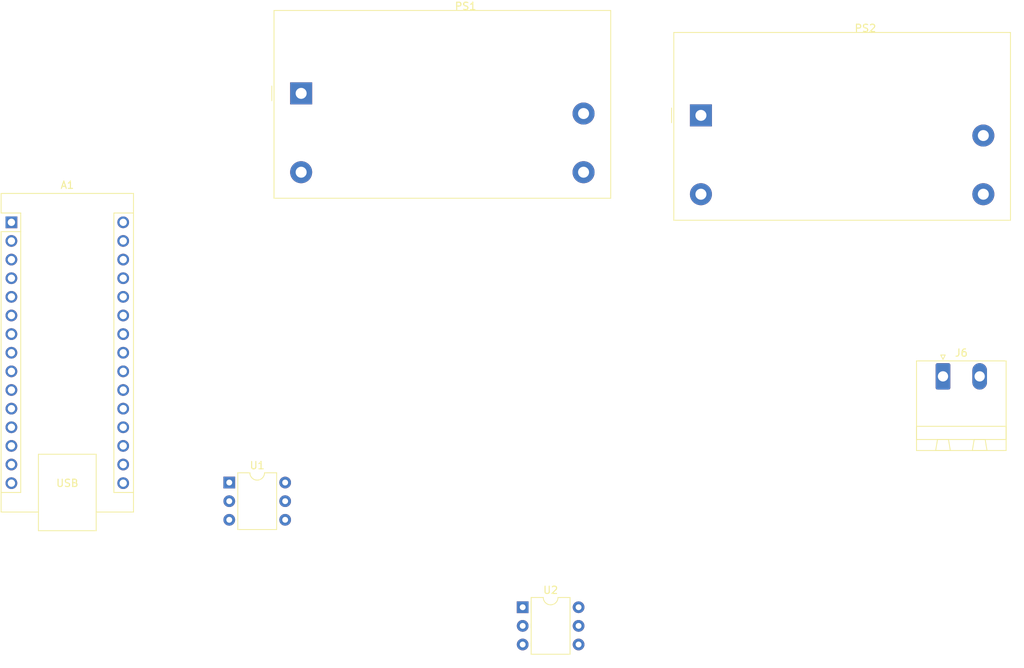
<source format=kicad_pcb>
(kicad_pcb (version 20240108) (generator "pcbnew") (generator_version "8.0")
  (layers (0 "F.Cu" signal) (31 "B.Cu" signal) (34 "B.Paste" user) (35 "F.Paste" user) (36 "B.SilkS" user "B.Silkscreen") (37 "F.SilkS" user "F.Silkscreen") (38 "B.Mask" user) (39 "F.Mask" user) (44 "Edge.Cuts" user))
  (net 0 "")
  (net 2 "Net-(A1-A0)")
  (net 6 "Net-(A1-D2)")
  (net 7 "Net-(A1-D12)")
  (net 10 "Net-(A1-D11)")
  (net 13 "Net-(A1-D5)")
  (net 15 "+5V")
  (net 16 "GND")
  (net 19 "Net-(A1-D3)")
  (net 20 "/CA1")
  (net 22 "/CA2")
  (net 23 "Net-(A1-D7)")
  (net 24 "/V")
  (net 25 "Net-(A1-D13)")
  (net 27 "Net-(A1-D4)")
  (net 29 "Net-(A1-D6)")
  (net 30 "Net-(J2-Pin_1)")
  (net 31 "Net-(J2-Pin_2)")
  (net 32 "GND1")
  (net 33 "GND2")
  (net 37 "Net-(PS1-+Vo)")
  (net 40 "Net-(J4-Pin_2)")
  (net 41 "Net-(PS2-+Vo)")
  (net 42 "Net-(J4-Pin_1)")
  (net 43 "Net-(D3-K)")
  (net 44 "Net-(D9-K)")
  (footprint "Connector_Phoenix_MSTB:PhoenixContact_MSTBA_2,5_2-G_1x02_P5.00mm_Horizontal" (layer "F.Cu") (at 205.5 75)
    (property "Reference" "J6" (at 2.5 -3.2 0) (layer "F.SilkS"))
    (property "Value" "Screw_Terminal_01x02")
    (fp_line (start -3.61 -2.11) (end -3.61 10.11) (stroke (width 0.12)) (layer "F.SilkS"))
    (fp_line (start -3.61 6.81) (end 8.61 6.81) (stroke (width 0.12)) (layer "F.SilkS"))
    (fp_line (start -3.61 8.61) (end -3.61 6.81) (stroke (width 0.12)) (layer "F.SilkS"))
    (fp_line (start -3.61 10.11) (end 8.61 10.11) (stroke (width 0.12)) (layer "F.SilkS"))
    (fp_line (start -1 10.11) (end 1 10.11) (stroke (width 0.12)) (layer "F.SilkS"))
    (fp_line (start -0.75 8.61) (end -1 10.11) (stroke (width 0.12)) (layer "F.SilkS"))
    (fp_line (start -0.3 -2.91) (end 0.3 -2.91) (stroke (width 0.12)) (layer "F.SilkS"))
    (fp_line (start 0 -2.31) (end -0.3 -2.91) (stroke (width 0.12)) (layer "F.SilkS"))
    (fp_line (start 0.3 -2.91) (end 0 -2.31) (stroke (width 0.12)) (layer "F.SilkS"))
    (fp_line (start 0.75 8.61) (end -0.75 8.61) (stroke (width 0.12)) (layer "F.SilkS"))
    (fp_line (start 1 10.11) (end 0.75 8.61) (stroke (width 0.12)) (layer "F.SilkS"))
    (fp_line (start 4 10.11) (end 6 10.11) (stroke (width 0.12)) (layer "F.SilkS"))
    (fp_line (start 4.25 8.61) (end 4 10.11) (stroke (width 0.12)) (layer "F.SilkS"))
    (fp_line (start 5.75 8.61) (end 4.25 8.61) (stroke (width 0.12)) (layer "F.SilkS"))
    (fp_line (start 6 10.11) (end 5.75 8.61) (stroke (width 0.12)) (layer "F.SilkS"))
    (fp_line (start 8.61 -2.11) (end -3.61 -2.11) (stroke (width 0.12)) (layer "F.SilkS"))
    (fp_line (start 8.61 6.81) (end 8.61 8.61) (stroke (width 0.12)) (layer "F.SilkS"))
    (fp_line (start 8.61 8.61) (end -3.61 8.61) (stroke (width 0.12)) (layer "F.SilkS"))
    (fp_line (start 8.61 10.11) (end 8.61 -2.11) (stroke (width 0.12)) (layer "F.SilkS"))
    (pad "1" thru_hole roundrect (at 0 0) (size 2 3.6) (drill 1.4) (layers "*.Cu" "*.Mask") (roundrect_rratio 0.125))
    (pad "2" thru_hole oval (at 5 0) (size 2 3.6) (drill 1.4) (layers "*.Cu" "*.Mask"))
  )
  (footprint "Converter_ACDC:Converter_ACDC_MeanWell_IRM-05-xx_THT" (layer "F.Cu") (at 172.5 39.42)
    (property "Reference" "PS2" (at 22.42 -11.88 0) (layer "F.SilkS"))
    (property "Value" "IRM-05-5")
    (fp_line (start -4 -1) (end -4 1) (stroke (width 0.12)) (layer "F.SilkS"))
    (fp_line (start -3.7 -11.3) (end -3.7 14.3) (stroke (width 0.12)) (layer "F.SilkS"))
    (fp_line (start -3.7 -11.3) (end 42.2 -11.3) (stroke (width 0.12)) (layer "F.SilkS"))
    (fp_line (start -3.7 14.3) (end 42.2 14.3) (stroke (width 0.12)) (layer "F.SilkS"))
    (fp_line (start 42.2 -11.3) (end 42.2 14.3) (stroke (width 0.12)) (layer "F.SilkS"))
    (pad "1" thru_hole rect (at 0 0) (size 3 3) (drill 1.5) (layers "*.Cu" "*.Mask") (net 40 "Net-(J4-Pin_2)"))
    (pad "2" thru_hole circle (at 0 10.75) (size 3 3) (drill 1.5) (layers "*.Cu" "*.Mask") (net 42 "Net-(J4-Pin_1)"))
    (pad "3" thru_hole circle (at 38.5 10.75) (size 3 3) (drill 1.5) (layers "*.Cu" "*.Mask") (net 32 "GND1"))
    (pad "4" thru_hole circle (at 38.5 2.75) (size 3 3) (drill 1.5) (layers "*.Cu" "*.Mask") (net 41 "Net-(PS2-+Vo)"))
  )
  (footprint "Package_DIP:DIP-6_W7.62mm" (layer "F.Cu") (at 108.2 89.475)
    (property "Reference" "U1" (at 3.81 -2.33 0) (layer "F.SilkS"))
    (property "Value" "4N35")
    (fp_line (start 1.16 -1.33) (end 1.16 6.41) (stroke (width 0.12)) (layer "F.SilkS"))
    (fp_line (start 1.16 6.41) (end 6.46 6.41) (stroke (width 0.12)) (layer "F.SilkS"))
    (fp_line (start 2.81 -1.33) (end 1.16 -1.33) (stroke (width 0.12)) (layer "F.SilkS"))
    (fp_line (start 6.46 -1.33) (end 4.81 -1.33) (stroke (width 0.12)) (layer "F.SilkS"))
    (fp_line (start 6.46 6.41) (end 6.46 -1.33) (stroke (width 0.12)) (layer "F.SilkS"))
    (fp_arc (start 4.81 -1.33) (mid 3.81 -0.33) (end 2.81 -1.33) (stroke (width 0.12)) (layer "F.SilkS"))
    (pad "1" thru_hole rect (at 0 0) (size 1.6 1.6) (drill 0.8) (layers "*.Cu" "*.Mask") (net 43 "Net-(D3-K)"))
    (pad "2" thru_hole oval (at 0 2.54) (size 1.6 1.6) (drill 0.8) (layers "*.Cu" "*.Mask") (net 33 "GND2"))
    (pad "3" thru_hole oval (at 0 5.08) (size 1.6 1.6) (drill 0.8) (layers "*.Cu" "*.Mask"))
    (pad "4" thru_hole oval (at 7.62 5.08) (size 1.6 1.6) (drill 0.8) (layers "*.Cu" "*.Mask") (net 6 "Net-(A1-D2)"))
    (pad "5" thru_hole oval (at 7.62 2.54) (size 1.6 1.6) (drill 0.8) (layers "*.Cu" "*.Mask") (net 15 "+5V"))
    (pad "6" thru_hole oval (at 7.62 0) (size 1.6 1.6) (drill 0.8) (layers "*.Cu" "*.Mask"))
  )
  (footprint "Converter_ACDC:Converter_ACDC_MeanWell_IRM-05-xx_THT" (layer "F.Cu") (at 118 36.42)
    (property "Reference" "PS1" (at 22.42 -11.88 0) (layer "F.SilkS"))
    (property "Value" "IRM-05-5")
    (fp_line (start -4 -1) (end -4 1) (stroke (width 0.12)) (layer "F.SilkS"))
    (fp_line (start -3.7 -11.3) (end -3.7 14.3) (stroke (width 0.12)) (layer "F.SilkS"))
    (fp_line (start -3.7 -11.3) (end 42.2 -11.3) (stroke (width 0.12)) (layer "F.SilkS"))
    (fp_line (start -3.7 14.3) (end 42.2 14.3) (stroke (width 0.12)) (layer "F.SilkS"))
    (fp_line (start 42.2 -11.3) (end 42.2 14.3) (stroke (width 0.12)) (layer "F.SilkS"))
    (pad "1" thru_hole rect (at 0 0) (size 3 3) (drill 1.5) (layers "*.Cu" "*.Mask") (net 31 "Net-(J2-Pin_2)"))
    (pad "2" thru_hole circle (at 0 10.75) (size 3 3) (drill 1.5) (layers "*.Cu" "*.Mask") (net 30 "Net-(J2-Pin_1)"))
    (pad "3" thru_hole circle (at 38.5 10.75) (size 3 3) (drill 1.5) (layers "*.Cu" "*.Mask") (net 33 "GND2"))
    (pad "4" thru_hole circle (at 38.5 2.75) (size 3 3) (drill 1.5) (layers "*.Cu" "*.Mask") (net 37 "Net-(PS1-+Vo)"))
  )
  (footprint "Module:Arduino_Nano" (layer "F.Cu") (at 78.5 54)
    (property "Reference" "A1" (at 7.62 -5.08 0) (layer "F.SilkS"))
    (property "Value" "Arduino_Nano_v3.x")
    (fp_line (start -1.4 -3.94) (end -1.4 -1.27) (stroke (width 0.12)) (layer "F.SilkS"))
    (fp_line (start -1.4 1.27) (end -1.4 39.5) (stroke (width 0.12)) (layer "F.SilkS"))
    (fp_line (start -1.4 39.5) (end 3.68 39.5) (stroke (width 0.12)) (layer "F.SilkS"))
    (fp_line (start 1.27 -1.27) (end -1.4 -1.27) (stroke (width 0.12)) (layer "F.SilkS"))
    (fp_line (start 1.27 1.27) (end -1.4 1.27) (stroke (width 0.12)) (layer "F.SilkS"))
    (fp_line (start 1.27 1.27) (end 1.27 -1.27) (stroke (width 0.12)) (layer "F.SilkS"))
    (fp_line (start 1.27 1.27) (end 1.27 36.83) (stroke (width 0.12)) (layer "F.SilkS"))
    (fp_line (start 1.27 36.83) (end -1.4 36.83) (stroke (width 0.12)) (layer "F.SilkS"))
    (fp_line (start 3.68 31.62) (end 11.56 31.62) (stroke (width 0.12)) (layer "F.SilkS"))
    (fp_line (start 3.68 42.04) (end 3.68 31.62) (stroke (width 0.12)) (layer "F.SilkS"))
    (fp_line (start 11.56 31.62) (end 11.56 42.04) (stroke (width 0.12)) (layer "F.SilkS"))
    (fp_line (start 11.56 42.04) (end 3.68 42.04) (stroke (width 0.12)) (layer "F.SilkS"))
    (fp_line (start 13.97 -1.27) (end 13.97 36.83) (stroke (width 0.12)) (layer "F.SilkS"))
    (fp_line (start 13.97 -1.27) (end 16.64 -1.27) (stroke (width 0.12)) (layer "F.SilkS"))
    (fp_line (start 13.97 36.83) (end 16.64 36.83) (stroke (width 0.12)) (layer "F.SilkS"))
    (fp_line (start 16.64 -3.94) (end -1.4 -3.94) (stroke (width 0.12)) (layer "F.SilkS"))
    (fp_line (start 16.64 39.5) (end 11.56 39.5) (stroke (width 0.12)) (layer "F.SilkS"))
    (fp_line (start 16.64 39.5) (end 16.64 -3.94) (stroke (width 0.12)) (layer "F.SilkS"))
    (fp_text user "USB" (at 7.62 35.56 0) (layer "F.SilkS"))
    (pad "1" thru_hole rect (at 0 0) (size 1.6 1.6) (drill 1) (layers "*.Cu" "*.Mask"))
    (pad "2" thru_hole oval (at 0 2.54) (size 1.6 1.6) (drill 1) (layers "*.Cu" "*.Mask"))
    (pad "3" thru_hole oval (at 0 5.08) (size 1.6 1.6) (drill 1) (layers "*.Cu" "*.Mask"))
    (pad "4" thru_hole oval (at 0 7.62) (size 1.6 1.6) (drill 1) (layers "*.Cu" "*.Mask") (net 16 "GND"))
    (pad "5" thru_hole oval (at 0 10.16) (size 1.6 1.6) (drill 1) (layers "*.Cu" "*.Mask") (net 6 "Net-(A1-D2)"))
    (pad "6" thru_hole oval (at 0 12.7) (size 1.6 1.6) (drill 1) (layers "*.Cu" "*.Mask") (net 19 "Net-(A1-D3)"))
    (pad "7" thru_hole oval (at 0 15.24) (size 1.6 1.6) (drill 1) (layers "*.Cu" "*.Mask") (net 27 "Net-(A1-D4)"))
    (pad "8" thru_hole oval (at 0 17.78) (size 1.6 1.6) (drill 1) (layers "*.Cu" "*.Mask") (net 13 "Net-(A1-D5)"))
    (pad "9" thru_hole oval (at 0 20.32) (size 1.6 1.6) (drill 1) (layers "*.Cu" "*.Mask") (net 29 "Net-(A1-D6)"))
    (pad "10" thru_hole oval (at 0 22.86) (size 1.6 1.6) (drill 1) (layers "*.Cu" "*.Mask") (net 23 "Net-(A1-D7)"))
    (pad "11" thru_hole oval (at 0 25.4) (size 1.6 1.6) (drill 1) (layers "*.Cu" "*.Mask") (net 20 "/CA1"))
    (pad "12" thru_hole oval (at 0 27.94) (size 1.6 1.6) (drill 1) (layers "*.Cu" "*.Mask") (net 22 "/CA2"))
    (pad "13" thru_hole oval (at 0 30.48) (size 1.6 1.6) (drill 1) (layers "*.Cu" "*.Mask") (net 24 "/V"))
    (pad "14" thru_hole oval (at 0 33.02) (size 1.6 1.6) (drill 1) (layers "*.Cu" "*.Mask") (net 10 "Net-(A1-D11)"))
    (pad "15" thru_hole oval (at 0 35.56) (size 1.6 1.6) (drill 1) (layers "*.Cu" "*.Mask") (net 7 "Net-(A1-D12)"))
    (pad "16" thru_hole oval (at 15.24 35.56) (size 1.6 1.6) (drill 1) (layers "*.Cu" "*.Mask") (net 25 "Net-(A1-D13)"))
    (pad "17" thru_hole oval (at 15.24 33.02) (size 1.6 1.6) (drill 1) (layers "*.Cu" "*.Mask"))
    (pad "18" thru_hole oval (at 15.24 30.48) (size 1.6 1.6) (drill 1) (layers "*.Cu" "*.Mask"))
    (pad "19" thru_hole oval (at 15.24 27.94) (size 1.6 1.6) (drill 1) (layers "*.Cu" "*.Mask") (net 2 "Net-(A1-A0)"))
    (pad "20" thru_hole oval (at 15.24 25.4) (size 1.6 1.6) (drill 1) (layers "*.Cu" "*.Mask"))
    (pad "21" thru_hole oval (at 15.24 22.86) (size 1.6 1.6) (drill 1) (layers "*.Cu" "*.Mask"))
    (pad "22" thru_hole oval (at 15.24 20.32) (size 1.6 1.6) (drill 1) (layers "*.Cu" "*.Mask"))
    (pad "23" thru_hole oval (at 15.24 17.78) (size 1.6 1.6) (drill 1) (layers "*.Cu" "*.Mask"))
    (pad "24" thru_hole oval (at 15.24 15.24) (size 1.6 1.6) (drill 1) (layers "*.Cu" "*.Mask"))
    (pad "25" thru_hole oval (at 15.24 12.7) (size 1.6 1.6) (drill 1) (layers "*.Cu" "*.Mask"))
    (pad "26" thru_hole oval (at 15.24 10.16) (size 1.6 1.6) (drill 1) (layers "*.Cu" "*.Mask"))
    (pad "27" thru_hole oval (at 15.24 7.62) (size 1.6 1.6) (drill 1) (layers "*.Cu" "*.Mask") (net 15 "+5V"))
    (pad "28" thru_hole oval (at 15.24 5.08) (size 1.6 1.6) (drill 1) (layers "*.Cu" "*.Mask"))
    (pad "29" thru_hole oval (at 15.24 2.54) (size 1.6 1.6) (drill 1) (layers "*.Cu" "*.Mask") (net 16 "GND"))
    (pad "30" thru_hole oval (at 15.24 0) (size 1.6 1.6) (drill 1) (layers "*.Cu" "*.Mask"))
  )
  (footprint "Package_DIP:DIP-6_W7.62mm" (layer "F.Cu") (at 148.2 106.475)
    (property "Reference" "U2" (at 3.81 -2.33 0) (layer "F.SilkS"))
    (property "Value" "4N35")
    (fp_line (start 1.16 -1.33) (end 1.16 6.41) (stroke (width 0.12)) (layer "F.SilkS"))
    (fp_line (start 1.16 6.41) (end 6.46 6.41) (stroke (width 0.12)) (layer "F.SilkS"))
    (fp_line (start 2.81 -1.33) (end 1.16 -1.33) (stroke (width 0.12)) (layer "F.SilkS"))
    (fp_line (start 6.46 -1.33) (end 4.81 -1.33) (stroke (width 0.12)) (layer "F.SilkS"))
    (fp_line (start 6.46 6.41) (end 6.46 -1.33) (stroke (width 0.12)) (layer "F.SilkS"))
    (fp_arc (start 4.81 -1.33) (mid 3.81 -0.33) (end 2.81 -1.33) (stroke (width 0.12)) (layer "F.SilkS"))
    (pad "1" thru_hole rect (at 0 0) (size 1.6 1.6) (drill 0.8) (layers "*.Cu" "*.Mask") (net 44 "Net-(D9-K)"))
    (pad "2" thru_hole oval (at 0 2.54) (size 1.6 1.6) (drill 0.8) (layers "*.Cu" "*.Mask") (net 32 "GND1"))
    (pad "3" thru_hole oval (at 0 5.08) (size 1.6 1.6) (drill 0.8) (layers "*.Cu" "*.Mask"))
    (pad "4" thru_hole oval (at 7.62 5.08) (size 1.6 1.6) (drill 0.8) (layers "*.Cu" "*.Mask") (net 19 "Net-(A1-D3)"))
    (pad "5" thru_hole oval (at 7.62 2.54) (size 1.6 1.6) (drill 0.8) (layers "*.Cu" "*.Mask") (net 15 "+5V"))
    (pad "6" thru_hole oval (at 7.62 0) (size 1.6 1.6) (drill 0.8) (layers "*.Cu" "*.Mask"))
  )
)
</source>
